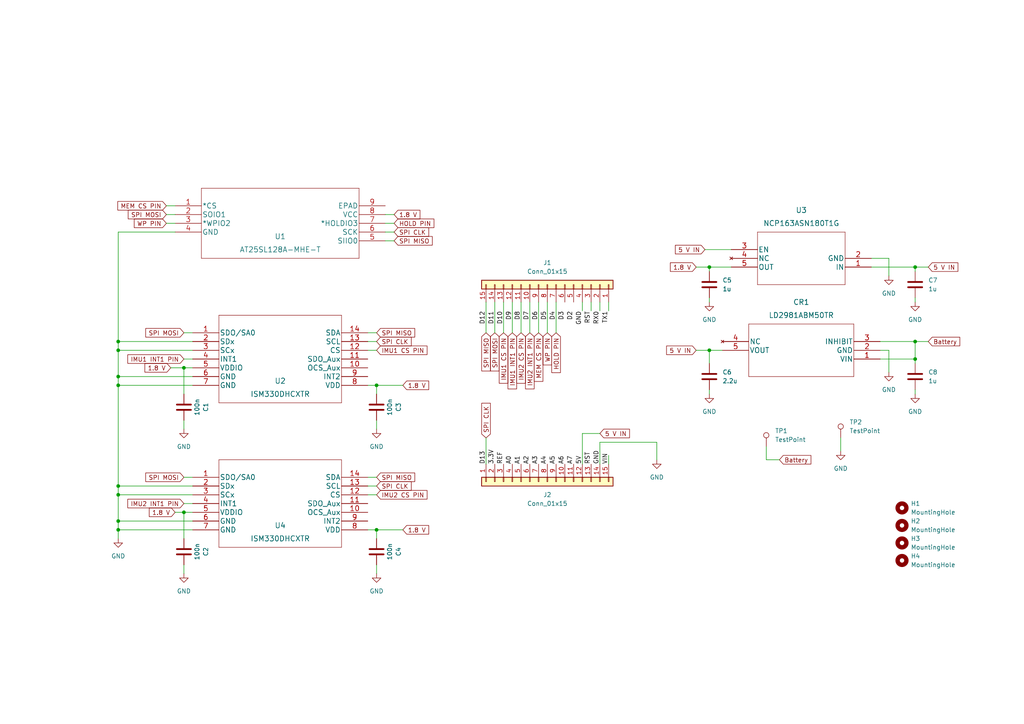
<source format=kicad_sch>
(kicad_sch (version 20211123) (generator eeschema)
  (paper "A4")
  (lib_symbols
    (symbol "18LDO:NCP163ASN180T1G" (pin_names (offset 0.254))
      (property "Reference" "U" (at 20.32 10.16 0))
      (property "Value" "NCP163ASN180T1G" (at 20.32 7.62 0))
      (symbol "NCP163ASN180T1G_1_1"
        (polyline (pts (xy 7.62 -10.16) (xy 33.02 -10.16)) (stroke (width 0.127)))
        (polyline (pts (xy 7.62 5.08) (xy 7.62 -10.16)) (stroke (width 0.127)))
        (polyline (pts (xy 33.02 -10.16) (xy 33.02 5.08)) (stroke (width 0.127)))
        (polyline (pts (xy 33.02 5.08) (xy 7.62 5.08)) (stroke (width 0.127)))
        (pin input line (at 0 0 0) (length 7.62) (name "IN") (number "1"))
        (pin power_in line (at 0 -2.54 0) (length 7.62) (name "GND") (number "2"))
        (pin input line (at 40.64 -5.08 180) (length 7.62) (name "EN") (number "3"))
        (pin no_connect line (at 40.64 -2.54 180) (length 7.62) (name "NC") (number "4"))
        (pin output line (at 40.64 0 180) (length 7.62) (name "OUT") (number "5"))
      )
    )
    (symbol "5LDO:LD2981ABM50TR" (pin_names (offset 0.254))
      (property "Reference" "CR" (at 22.86 10.16 0))
      (property "Value" "LD2981ABM50TR" (at 22.86 7.62 0))
      (symbol "LD2981ABM50TR_1_1"
        (polyline (pts (xy 7.62 -10.16) (xy 38.1 -10.16)) (stroke (width 0.127)))
        (polyline (pts (xy 7.62 5.08) (xy 7.62 -10.16)) (stroke (width 0.127)))
        (polyline (pts (xy 38.1 -10.16) (xy 38.1 5.08)) (stroke (width 0.127)))
        (polyline (pts (xy 38.1 5.08) (xy 7.62 5.08)) (stroke (width 0.127)))
        (pin input line (at 0 0 0) (length 7.62) (name "VIN") (number "1"))
        (pin power_in line (at 0 -2.54 0) (length 7.62) (name "GND") (number "2"))
        (pin unspecified line (at 0 -5.08 0) (length 7.62) (name "INHIBIT") (number "3"))
        (pin no_connect line (at 45.72 -5.08 180) (length 7.62) (name "NC") (number "4"))
        (pin output line (at 45.72 -2.54 180) (length 7.62) (name "VOUT") (number "5"))
      )
    )
    (symbol "Connector:TestPoint" (pin_numbers hide) (pin_names (offset 0.762) hide)
      (property "Reference" "TP" (at 0 6.858 0))
      (property "Value" "TestPoint" (at 0 5.08 0))
      (symbol "TestPoint_0_1"
        (circle (center 0 3.302) (radius 0.762))
      )
      (symbol "TestPoint_1_1"
        (pin passive line (at 0 0 90) (length 2.54) (name "1") (number "1"))
      )
    )
    (symbol "Connector_Generic:Conn_01x15" (pin_names (offset 1.016) hide)
      (property "Reference" "J" (at 0 20.32 0))
      (property "Value" "Conn_01x15" (at 0 -20.32 0))
      (symbol "Conn_01x15_1_1"
        (rectangle (start -1.27 -17.653) (end 0 -17.907) (stroke (width 0.1524)))
        (rectangle (start -1.27 -15.113) (end 0 -15.367) (stroke (width 0.1524)))
        (rectangle (start -1.27 -12.573) (end 0 -12.827) (stroke (width 0.1524)))
        (rectangle (start -1.27 -10.033) (end 0 -10.287) (stroke (width 0.1524)))
        (rectangle (start -1.27 -7.493) (end 0 -7.747) (stroke (width 0.1524)))
        (rectangle (start -1.27 -4.953) (end 0 -5.207) (stroke (width 0.1524)))
        (rectangle (start -1.27 -2.413) (end 0 -2.667) (stroke (width 0.1524)))
        (rectangle (start -1.27 0.127) (end 0 -0.127) (stroke (width 0.1524)))
        (rectangle (start -1.27 2.667) (end 0 2.413) (stroke (width 0.1524)))
        (rectangle (start -1.27 5.207) (end 0 4.953) (stroke (width 0.1524)))
        (rectangle (start -1.27 7.747) (end 0 7.493) (stroke (width 0.1524)))
        (rectangle (start -1.27 10.287) (end 0 10.033) (stroke (width 0.1524)))
        (rectangle (start -1.27 12.827) (end 0 12.573) (stroke (width 0.1524)))
        (rectangle (start -1.27 15.367) (end 0 15.113) (stroke (width 0.1524)))
        (rectangle (start -1.27 17.907) (end 0 17.653) (stroke (width 0.1524)))
        (rectangle (start -1.27 19.05) (end 1.27 -19.05) (stroke (width 0.254)) (fill (type background)))
        (pin passive line (at -5.08 17.78 0) (length 3.81) (name "Pin_1") (number "1"))
        (pin passive line (at -5.08 -5.08 0) (length 3.81) (name "Pin_10") (number "10"))
        (pin passive line (at -5.08 -7.62 0) (length 3.81) (name "Pin_11") (number "11"))
        (pin passive line (at -5.08 -10.16 0) (length 3.81) (name "Pin_12") (number "12"))
        (pin passive line (at -5.08 -12.7 0) (length 3.81) (name "Pin_13") (number "13"))
        (pin passive line (at -5.08 -15.24 0) (length 3.81) (name "Pin_14") (number "14"))
        (pin passive line (at -5.08 -17.78 0) (length 3.81) (name "Pin_15") (number "15"))
        (pin passive line (at -5.08 15.24 0) (length 3.81) (name "Pin_2") (number "2"))
        (pin passive line (at -5.08 12.7 0) (length 3.81) (name "Pin_3") (number "3"))
        (pin passive line (at -5.08 10.16 0) (length 3.81) (name "Pin_4") (number "4"))
        (pin passive line (at -5.08 7.62 0) (length 3.81) (name "Pin_5") (number "5"))
        (pin passive line (at -5.08 5.08 0) (length 3.81) (name "Pin_6") (number "6"))
        (pin passive line (at -5.08 2.54 0) (length 3.81) (name "Pin_7") (number "7"))
        (pin passive line (at -5.08 0 0) (length 3.81) (name "Pin_8") (number "8"))
        (pin passive line (at -5.08 -2.54 0) (length 3.81) (name "Pin_9") (number "9"))
      )
    )
    (symbol "Device:C" (pin_numbers hide) (pin_names (offset 0.254))
      (property "Reference" "C" (at 0.635 2.54 0))
      (property "Value" "C" (at 0.635 -2.54 0))
      (symbol "C_0_1"
        (polyline (pts (xy -2.032 -0.762) (xy 2.032 -0.762)) (stroke (width 0.508)))
        (polyline (pts (xy -2.032 0.762) (xy 2.032 0.762)) (stroke (width 0.508)))
      )
      (symbol "C_1_1"
        (pin passive line (at 0 3.81 270) (length 2.794) (name "~") (number "1"))
        (pin passive line (at 0 -3.81 90) (length 2.794) (name "~") (number "2"))
      )
    )
    (symbol "IMU:ISM330DHCXTR" (pin_names (offset 0.254))
      (property "Reference" "U" (at 25.4 10.16 0))
      (property "Value" "ISM330DHCXTR" (at 25.4 7.62 0))
      (symbol "ISM330DHCXTR_1_1"
        (polyline (pts (xy 7.62 -20.32) (xy 43.18 -20.32)) (stroke (width 0.127)))
        (polyline (pts (xy 7.62 5.08) (xy 7.62 -20.32)) (stroke (width 0.127)))
        (polyline (pts (xy 43.18 -20.32) (xy 43.18 5.08)) (stroke (width 0.127)))
        (polyline (pts (xy 43.18 5.08) (xy 7.62 5.08)) (stroke (width 0.127)))
        (pin unspecified line (at 0 0 0) (length 7.62) (name "SDO/SA0") (number "1"))
        (pin unspecified line (at 50.8 -10.16 180) (length 7.62) (name "OCS_Aux") (number "10"))
        (pin unspecified line (at 50.8 -7.62 180) (length 7.62) (name "SDO_Aux") (number "11"))
        (pin unspecified line (at 50.8 -5.08 180) (length 7.62) (name "CS") (number "12"))
        (pin unspecified line (at 50.8 -2.54 180) (length 7.62) (name "SCL") (number "13"))
        (pin unspecified line (at 50.8 0 180) (length 7.62) (name "SDA") (number "14"))
        (pin unspecified line (at 0 -2.54 0) (length 7.62) (name "SDx") (number "2"))
        (pin unspecified line (at 0 -5.08 0) (length 7.62) (name "SCx") (number "3"))
        (pin input line (at 0 -7.62 0) (length 7.62) (name "INT1") (number "4"))
        (pin power_in line (at 0 -10.16 0) (length 7.62) (name "VDDIO") (number "5"))
        (pin power_in line (at 0 -12.7 0) (length 7.62) (name "GND") (number "6"))
        (pin power_in line (at 0 -15.24 0) (length 7.62) (name "GND") (number "7"))
        (pin power_in line (at 50.8 -15.24 180) (length 7.62) (name "VDD") (number "8"))
        (pin input line (at 50.8 -12.7 180) (length 7.62) (name "INT2") (number "9"))
      )
    )
    (symbol "Mechanical:MountingHole" (pin_names (offset 1.016))
      (property "Reference" "H" (at 0 5.08 0))
      (property "Value" "MountingHole" (at 0 3.175 0))
      (symbol "MountingHole_0_1"
        (circle (center 0 0) (radius 1.27) (stroke (width 1.27)))
      )
    )
    (symbol "Memory:AT25SL128A-MHE-T" (pin_names (offset 0.254))
      (property "Reference" "U" (at 30.48 10.16 0))
      (property "Value" "AT25SL128A-MHE-T" (at 30.48 7.62 0))
      (symbol "AT25SL128A-MHE-T_1_1"
        (polyline (pts (xy 7.62 -15.24) (xy 53.34 -15.24)) (stroke (width 0.127)))
        (polyline (pts (xy 7.62 5.08) (xy 7.62 -15.24)) (stroke (width 0.127)))
        (polyline (pts (xy 53.34 -15.24) (xy 53.34 5.08)) (stroke (width 0.127)))
        (polyline (pts (xy 53.34 5.08) (xy 7.62 5.08)) (stroke (width 0.127)))
        (pin unspecified line (at 0 0 0) (length 7.62) (name "*CS") (number "1"))
        (pin unspecified line (at 0 -2.54 0) (length 7.62) (name "SOIO1") (number "2"))
        (pin unspecified line (at 0 -5.08 0) (length 7.62) (name "*WPIO2") (number "3"))
        (pin unspecified line (at 0 -7.62 0) (length 7.62) (name "GND") (number "4"))
        (pin unspecified line (at 60.96 -10.16 180) (length 7.62) (name "SIIO0") (number "5"))
        (pin unspecified line (at 60.96 -7.62 180) (length 7.62) (name "SCK") (number "6"))
        (pin unspecified line (at 60.96 -5.08 180) (length 7.62) (name "*HOLDIO3") (number "7"))
        (pin unspecified line (at 60.96 -2.54 180) (length 7.62) (name "VCC") (number "8"))
        (pin unspecified line (at 60.96 0 180) (length 7.62) (name "EPAD") (number "9"))
      )
    )
    (symbol "power:GND" (power) (pin_names (offset 0))
      (property "Value" "GND" (at 0 -3.81 0))
      (symbol "GND_0_1"
        (polyline (pts (xy 0 0) (xy 0 -1.27) (xy 1.27 -1.27) (xy 0 -2.54) (xy -1.27 -1.27) (xy 0 -1.27)))
      )
      (symbol "GND_1_1"
        (pin power_in line (at 0 0 270) (length 0) hide (name "GND") (number "1"))
      )
    )
  )
  (junction (at 34.29 153.67))
  (junction (at 109.22 153.67))
  (junction (at 53.34 106.68))
  (junction (at 265.43 77.47))
  (junction (at 34.29 109.22))
  (junction (at 265.43 99.06))
  (junction (at 34.29 99.06))
  (junction (at 109.22 111.76))
  (junction (at 34.29 143.51))
  (junction (at 205.74 101.6))
  (junction (at 53.34 148.59))
  (junction (at 34.29 111.76))
  (junction (at 34.29 140.97))
  (junction (at 265.43 104.14))
  (junction (at 205.74 77.47))
  (junction (at 34.29 151.13))
  (junction (at 34.29 101.6))
  (wire (pts (xy 265.43 104.14) (xy 255.27 104.14)))
  (wire (pts (xy 34.29 143.51) (xy 55.88 143.51)))
  (wire (pts (xy 53.34 104.14) (xy 55.88 104.14)))
  (wire (pts (xy 53.34 148.59) (xy 55.88 148.59)))
  (wire (pts (xy 50.8 148.59) (xy 53.34 148.59)))
  (wire (pts (xy 109.22 121.92) (xy 109.22 124.46)))
  (wire (pts (xy 53.34 121.92) (xy 53.34 124.46)))
  (wire (pts (xy 34.29 67.31) (xy 34.29 99.06)))
  (wire (pts (xy 173.99 128.27) (xy 173.99 134.62)))
  (wire (pts (xy 34.29 151.13) (xy 55.88 151.13)))
  (wire (pts (xy 265.43 77.47) (xy 265.43 78.74)))
  (wire (pts (xy 109.22 153.67) (xy 116.84 153.67)))
  (wire (pts (xy 53.34 163.83) (xy 53.34 166.37)))
  (wire (pts (xy 109.22 163.83) (xy 109.22 166.37)))
  (wire (pts (xy 151.13 87.63) (xy 151.13 96.52)))
  (wire (pts (xy 111.76 67.31) (xy 114.3 67.31)))
  (wire (pts (xy 55.88 109.22) (xy 34.29 109.22)))
  (wire (pts (xy 109.22 153.67) (xy 109.22 156.21)))
  (wire (pts (xy 156.21 87.63) (xy 156.21 96.52)))
  (wire (pts (xy 34.29 99.06) (xy 55.88 99.06)))
  (wire (pts (xy 257.81 74.93) (xy 257.81 80.01)))
  (wire (pts (xy 205.74 77.47) (xy 205.74 78.74)))
  (wire (pts (xy 106.68 143.51) (xy 109.22 143.51)))
  (wire (pts (xy 34.29 101.6) (xy 55.88 101.6)))
  (wire (pts (xy 161.29 87.63) (xy 161.29 96.52)))
  (wire (pts (xy 201.93 101.6) (xy 205.74 101.6)))
  (wire (pts (xy 168.91 87.63) (xy 168.91 90.17)))
  (wire (pts (xy 34.29 101.6) (xy 34.29 109.22)))
  (wire (pts (xy 265.43 99.06) (xy 265.43 104.14)))
  (wire (pts (xy 111.76 69.85) (xy 114.3 69.85)))
  (wire (pts (xy 222.25 129.54) (xy 222.25 133.35)))
  (wire (pts (xy 34.29 143.51) (xy 34.29 151.13)))
  (wire (pts (xy 34.29 99.06) (xy 34.29 101.6)))
  (wire (pts (xy 173.99 87.63) (xy 173.99 90.17)))
  (wire (pts (xy 205.74 113.03) (xy 205.74 114.3)))
  (wire (pts (xy 106.68 153.67) (xy 109.22 153.67)))
  (wire (pts (xy 205.74 101.6) (xy 205.74 105.41)))
  (wire (pts (xy 34.29 140.97) (xy 55.88 140.97)))
  (wire (pts (xy 168.91 125.73) (xy 168.91 134.62)))
  (wire (pts (xy 111.76 64.77) (xy 114.3 64.77)))
  (wire (pts (xy 106.68 111.76) (xy 109.22 111.76)))
  (wire (pts (xy 204.47 72.39) (xy 212.09 72.39)))
  (wire (pts (xy 34.29 111.76) (xy 55.88 111.76)))
  (wire (pts (xy 106.68 99.06) (xy 109.22 99.06)))
  (wire (pts (xy 158.75 87.63) (xy 158.75 96.52)))
  (wire (pts (xy 173.99 125.73) (xy 168.91 125.73)))
  (wire (pts (xy 53.34 106.68) (xy 53.34 114.3)))
  (wire (pts (xy 34.29 153.67) (xy 34.29 156.21)))
  (wire (pts (xy 48.26 64.77) (xy 50.8 64.77)))
  (wire (pts (xy 140.97 127) (xy 140.97 134.62)))
  (wire (pts (xy 255.27 99.06) (xy 265.43 99.06)))
  (wire (pts (xy 205.74 86.36) (xy 205.74 87.63)))
  (wire (pts (xy 53.34 156.21) (xy 53.34 148.59)))
  (wire (pts (xy 111.76 62.23) (xy 114.3 62.23)))
  (wire (pts (xy 201.93 77.47) (xy 205.74 77.47)))
  (wire (pts (xy 205.74 101.6) (xy 209.55 101.6)))
  (wire (pts (xy 265.43 99.06) (xy 269.24 99.06)))
  (wire (pts (xy 222.25 133.35) (xy 226.06 133.35)))
  (wire (pts (xy 205.74 77.47) (xy 212.09 77.47)))
  (wire (pts (xy 265.43 86.36) (xy 265.43 87.63)))
  (wire (pts (xy 176.53 132.08) (xy 176.53 134.62)))
  (wire (pts (xy 153.67 87.63) (xy 153.67 96.52)))
  (wire (pts (xy 106.68 138.43) (xy 109.22 138.43)))
  (wire (pts (xy 53.34 146.05) (xy 55.88 146.05)))
  (wire (pts (xy 48.26 62.23) (xy 50.8 62.23)))
  (wire (pts (xy 173.99 128.27) (xy 190.5 128.27)))
  (wire (pts (xy 252.73 77.47) (xy 265.43 77.47)))
  (wire (pts (xy 34.29 109.22) (xy 34.29 111.76)))
  (wire (pts (xy 257.81 74.93) (xy 252.73 74.93)))
  (wire (pts (xy 109.22 111.76) (xy 116.84 111.76)))
  (wire (pts (xy 34.29 153.67) (xy 34.29 151.13)))
  (wire (pts (xy 176.53 87.63) (xy 176.53 90.17)))
  (wire (pts (xy 109.22 111.76) (xy 109.22 114.3)))
  (wire (pts (xy 106.68 140.97) (xy 109.22 140.97)))
  (wire (pts (xy 53.34 106.68) (xy 55.88 106.68)))
  (wire (pts (xy 48.26 59.69) (xy 50.8 59.69)))
  (wire (pts (xy 148.59 87.63) (xy 148.59 96.52)))
  (wire (pts (xy 106.68 96.52) (xy 109.22 96.52)))
  (wire (pts (xy 265.43 104.14) (xy 265.43 105.41)))
  (wire (pts (xy 243.84 127) (xy 243.84 130.81)))
  (wire (pts (xy 257.81 101.6) (xy 257.81 107.95)))
  (wire (pts (xy 265.43 113.03) (xy 265.43 114.3)))
  (wire (pts (xy 53.34 138.43) (xy 55.88 138.43)))
  (wire (pts (xy 106.68 101.6) (xy 109.22 101.6)))
  (wire (pts (xy 53.34 96.52) (xy 55.88 96.52)))
  (wire (pts (xy 143.51 87.63) (xy 143.51 96.52)))
  (wire (pts (xy 55.88 153.67) (xy 34.29 153.67)))
  (wire (pts (xy 34.29 111.76) (xy 34.29 140.97)))
  (wire (pts (xy 49.53 106.68) (xy 53.34 106.68)))
  (wire (pts (xy 171.45 87.63) (xy 171.45 90.17)))
  (wire (pts (xy 34.29 67.31) (xy 50.8 67.31)))
  (wire (pts (xy 265.43 77.47) (xy 269.24 77.47)))
  (wire (pts (xy 140.97 87.63) (xy 140.97 96.52)))
  (wire (pts (xy 257.81 101.6) (xy 255.27 101.6)))
  (wire (pts (xy 146.05 87.63) (xy 146.05 96.52)))
  (wire (pts (xy 34.29 140.97) (xy 34.29 143.51)))
  (wire (pts (xy 190.5 128.27) (xy 190.5 133.35)))
  (label "5V" (at 168.91 134.62 90))
  (label "TX1" (at 176.53 90.17 270))
  (label "D12" (at 140.97 90.17 270))
  (label "A3" (at 156.21 134.62 90))
  (label "RST" (at 171.45 134.62 90))
  (label "A5" (at 161.29 134.62 90))
  (label "D3" (at 163.83 90.17 270))
  (label "A1" (at 151.13 134.62 90))
  (label "REF" (at 146.05 134.62 90))
  (label "A7" (at 166.37 134.62 90))
  (label "A6" (at 163.83 134.62 90))
  (label "D4" (at 161.29 90.17 270))
  (label "D9" (at 148.59 90.17 270))
  (label "D13" (at 140.97 134.62 90))
  (label "VIN" (at 176.53 134.62 90))
  (label "D11" (at 143.51 90.17 270))
  (label "D6" (at 156.21 90.17 270))
  (label "RST" (at 171.45 90.17 270))
  (label "RX0" (at 173.99 90.17 270))
  (label "D7" (at 153.67 90.17 270))
  (label "A0" (at 148.59 134.62 90))
  (label "D10" (at 146.05 90.17 270))
  (label "GND" (at 173.99 134.62 90))
  (label "A2" (at 153.67 134.62 90))
  (label "3.3V" (at 143.51 134.62 90))
  (label "D2" (at 166.37 90.17 270))
  (label "A4" (at 158.75 134.62 90))
  (label "D8" (at 151.13 90.17 270))
  (label "D5" (at 158.75 90.17 270))
  (label "GND" (at 168.91 90.17 270))
  (global_label "IMU2 INT1 PIN" (shape input) (at 153.67 96.52 270) (property "Intersheet References" "${INTERSHEET_REFS}" (effects hide)))
  (global_label "1.8 V" (shape input) (at 201.93 77.47 180) (property "Intersheet References" "${INTERSHEET_REFS}" (effects hide)))
  (global_label "5 V IN" (shape input) (at 201.93 101.6 180) (property "Intersheet References" "${INTERSHEET_REFS}" (effects hide)))
  (global_label "HOLD PIN" (shape input) (at 161.29 96.52 270) (property "Intersheet References" "${INTERSHEET_REFS}" (effects hide)))
  (global_label "IMU2 CS PIN" (shape input) (at 151.13 96.52 270) (property "Intersheet References" "${INTERSHEET_REFS}" (effects hide)))
  (global_label "5 V IN" (shape input) (at 173.99 125.73 0) (property "Intersheet References" "${INTERSHEET_REFS}" (effects hide)))
  (global_label "1.8 V" (shape input) (at 116.84 111.76 0) (property "Intersheet References" "${INTERSHEET_REFS}" (effects hide)))
  (global_label "IMU2 INT1 PIN" (shape input) (at 53.34 146.05 180) (property "Intersheet References" "${INTERSHEET_REFS}" (effects hide)))
  (global_label "MEM CS PIN" (shape input) (at 156.21 96.52 270) (property "Intersheet References" "${INTERSHEET_REFS}" (effects hide)))
  (global_label "IMU1 INT1 PIN" (shape input) (at 148.59 96.52 270) (property "Intersheet References" "${INTERSHEET_REFS}" (effects hide)))
  (global_label "HOLD PIN" (shape input) (at 114.3 64.77 0) (property "Intersheet References" "${INTERSHEET_REFS}" (effects hide)))
  (global_label "WP PIN" (shape input) (at 48.26 64.77 180) (property "Intersheet References" "${INTERSHEET_REFS}" (effects hide)))
  (global_label "IMU1 INT1 PIN" (shape input) (at 53.34 104.14 180) (property "Intersheet References" "${INTERSHEET_REFS}" (effects hide)))
  (global_label "WP PIN" (shape input) (at 158.75 96.52 270) (property "Intersheet References" "${INTERSHEET_REFS}" (effects hide)))
  (global_label "IMU1 CS PIN" (shape input) (at 146.05 96.52 270) (property "Intersheet References" "${INTERSHEET_REFS}" (effects hide)))
  (global_label "SPI CLK" (shape input) (at 109.22 140.97 0) (property "Intersheet References" "${INTERSHEET_REFS}" (effects hide)))
  (global_label "MEM CS PIN" (shape input) (at 48.26 59.69 180) (property "Intersheet References" "${INTERSHEET_REFS}" (effects hide)))
  (global_label "5 V IN" (shape input) (at 204.47 72.39 180) (property "Intersheet References" "${INTERSHEET_REFS}" (effects hide)))
  (global_label "SPI MOSI" (shape input) (at 143.51 96.52 270) (property "Intersheet References" "${INTERSHEET_REFS}" (effects hide)))
  (global_label "SPI CLK" (shape input) (at 140.97 127 90) (property "Intersheet References" "${INTERSHEET_REFS}" (effects hide)))
  (global_label "5 V IN" (shape input) (at 269.24 77.47 0) (property "Intersheet References" "${INTERSHEET_REFS}" (effects hide)))
  (global_label "IMU2 CS PIN" (shape input) (at 109.22 143.51 0) (property "Intersheet References" "${INTERSHEET_REFS}" (effects hide)))
  (global_label "SPI MOSI" (shape input) (at 53.34 138.43 180) (property "Intersheet References" "${INTERSHEET_REFS}" (effects hide)))
  (global_label "SPI MISO" (shape input) (at 109.22 138.43 0) (property "Intersheet References" "${INTERSHEET_REFS}" (effects hide)))
  (global_label "SPI CLK" (shape input) (at 114.3 67.31 0) (property "Intersheet References" "${INTERSHEET_REFS}" (effects hide)))
  (global_label "SPI MOSI" (shape input) (at 48.26 62.23 180) (property "Intersheet References" "${INTERSHEET_REFS}" (effects hide)))
  (global_label "SPI MISO" (shape input) (at 140.97 96.52 270) (property "Intersheet References" "${INTERSHEET_REFS}" (effects hide)))
  (global_label "SPI MOSI" (shape input) (at 53.34 96.52 180) (property "Intersheet References" "${INTERSHEET_REFS}" (effects hide)))
  (global_label "SPI CLK" (shape input) (at 109.22 99.06 0) (property "Intersheet References" "${INTERSHEET_REFS}" (effects hide)))
  (global_label "1.8 V" (shape input) (at 50.8 148.59 180) (property "Intersheet References" "${INTERSHEET_REFS}" (effects hide)))
  (global_label "IMU1 CS PIN" (shape input) (at 109.22 101.6 0) (property "Intersheet References" "${INTERSHEET_REFS}" (effects hide)))
  (global_label "Battery" (shape input) (at 226.06 133.35 0) (property "Intersheet References" "${INTERSHEET_REFS}" (effects hide)))
  (global_label "1.8 V" (shape input) (at 49.53 106.68 180) (property "Intersheet References" "${INTERSHEET_REFS}" (effects hide)))
  (global_label "1.8 V" (shape input) (at 114.3 62.23 0) (property "Intersheet References" "${INTERSHEET_REFS}" (effects hide)))
  (global_label "Battery" (shape input) (at 269.24 99.06 0) (property "Intersheet References" "${INTERSHEET_REFS}" (effects hide)))
  (global_label "1.8 V" (shape input) (at 116.84 153.67 0) (property "Intersheet References" "${INTERSHEET_REFS}" (effects hide)))
  (global_label "SPI MISO" (shape input) (at 109.22 96.52 0) (property "Intersheet References" "${INTERSHEET_REFS}" (effects hide)))
  (global_label "SPI MISO" (shape input) (at 114.3 69.85 0) (property "Intersheet References" "${INTERSHEET_REFS}" (effects hide)))
  (symbol (lib_id "Device:C") (at 265.43 82.55 0) (unit 1)
    (property "Reference" "C7" (at 269.24 81.2799 0) (effects (justify left)))
    (property "Value" "1u" (at 269.24 83.8199 0) (effects (justify left)))
    (property "Footprint" "Capacitor_SMD:C_0603_1608Metric_Pad1.08x0.95mm_HandSolder" (effects hide))
  )
  (symbol (lib_id "Device:C") (at 205.74 109.22 0) (unit 1)
    (property "Reference" "C6" (at 209.55 107.9499 0) (effects (justify left)))
    (property "Value" "2.2u" (at 209.55 110.4899 0) (effects (justify left)))
    (property "Footprint" "Capacitor_SMD:C_0603_1608Metric_Pad1.08x0.95mm_HandSolder" (effects hide))
  )
  (symbol (lib_id "Connector:TestPoint") (at 243.84 127 0) (unit 1)
    (property "Reference" "TP2" (at 246.38 122.4279 0) (effects (justify left)))
    (property "Value" "TestPoint" (at 246.38 124.9679 0) (effects (justify left)))
    (property "Footprint" "TestPoint:TestPoint_THTPad_2.5x2.5mm_Drill1.2mm" (effects hide))
  )
  (symbol (lib_id "Device:C") (at 53.34 160.02 180) (unit 1)
    (property "Reference" "C2" (at 59.69 160.02 90))
    (property "Value" "100n" (at 57.15 160.02 90))
    (property "Footprint" "Capacitor_SMD:C_0603_1608Metric_Pad1.08x0.95mm_HandSolder" (effects hide))
  )
  (symbol (lib_id "Mechanical:MountingHole") (at 261.62 157.48 0) (unit 1)
    (property "Reference" "H3" (at 264.16 156.2099 0) (effects (justify left)))
    (property "Value" "MountingHole" (at 264.16 158.7499 0) (effects (justify left)))
    (property "Footprint" "MountingHole:MountingHole_2.1mm" (effects hide))
  )
  (symbol (lib_id "Connector_Generic:Conn_01x15") (at 158.75 139.7 90) (mirror x) (unit 1)
    (property "Reference" "J2" (at 158.75 143.51 90))
    (property "Value" "Conn_01x15" (at 158.75 146.05 90))
    (property "Footprint" "Connector_Molex:Molex_KK-254_AE-6410-15A_1x15_P2.54mm_Vertical" (effects hide))
  )
  (symbol (lib_id "power:GND") (at 257.81 107.95 0) (unit 1)
    (property "Reference" "#PWR02" (effects hide))
    (property "Value" "GND" (at 257.81 113.03 0))
  )
  (symbol (lib_id "5LDO:LD2981ABM50TR") (at 255.27 104.14 180) (unit 1)
    (property "Reference" "CR1" (at 232.41 87.63 0) (effects (font (size 1.524 1.524))))
    (property "Value" "LD2981ABM50TR" (at 232.41 91.44 0) (effects (font (size 1.524 1.524))))
    (property "Footprint" "5LDO:LD2981ABM50TR" (effects hide))
  )
  (symbol (lib_id "Mechanical:MountingHole") (at 261.62 152.4 0) (unit 1)
    (property "Reference" "H2" (at 264.16 151.1299 0) (effects (justify left)))
    (property "Value" "MountingHole" (at 264.16 153.6699 0) (effects (justify left)))
    (property "Footprint" "MountingHole:MountingHole_2.1mm" (effects hide))
  )
  (symbol (lib_id "power:GND") (at 34.29 156.21 0) (unit 1)
    (property "Reference" "#PWR03" (effects hide))
    (property "Value" "GND" (at 34.29 161.29 0))
  )
  (symbol (lib_id "power:GND") (at 205.74 87.63 0) (unit 1)
    (property "Reference" "#PWR0101" (effects hide))
    (property "Value" "GND" (at 205.74 92.71 0))
  )
  (symbol (lib_id "power:GND") (at 109.22 124.46 0) (unit 1)
    (property "Reference" "#PWR06" (effects hide))
    (property "Value" "GND" (at 109.22 129.54 0))
  )
  (symbol (lib_id "Mechanical:MountingHole") (at 261.62 147.32 0) (unit 1)
    (property "Reference" "H1" (at 264.16 146.0499 0) (effects (justify left)))
    (property "Value" "MountingHole" (at 264.16 148.5899 0) (effects (justify left)))
    (property "Footprint" "MountingHole:MountingHole_2.1mm" (effects hide))
  )
  (symbol (lib_id "power:GND") (at 53.34 124.46 0) (unit 1)
    (property "Reference" "#PWR04" (effects hide))
    (property "Value" "GND" (at 53.34 129.54 0))
  )
  (symbol (lib_id "power:GND") (at 109.22 166.37 0) (unit 1)
    (property "Reference" "#PWR07" (effects hide))
    (property "Value" "GND" (at 109.22 171.45 0))
  )
  (symbol (lib_id "Device:C") (at 109.22 160.02 180) (unit 1)
    (property "Reference" "C4" (at 115.57 160.02 90))
    (property "Value" "100n" (at 113.03 160.02 90))
    (property "Footprint" "Capacitor_SMD:C_0603_1608Metric_Pad1.08x0.95mm_HandSolder" (effects hide))
  )
  (symbol (lib_id "power:GND") (at 257.81 80.01 0) (unit 1)
    (property "Reference" "#PWR09" (effects hide))
    (property "Value" "GND" (at 257.81 85.09 0))
  )
  (symbol (lib_id "Connector_Generic:Conn_01x15") (at 158.75 82.55 270) (mirror x) (unit 1)
    (property "Reference" "J1" (at 158.75 76.2 90))
    (property "Value" "Conn_01x15" (at 158.75 78.74 90))
    (property "Footprint" "Connector_Molex:Molex_KK-254_AE-6410-15A_1x15_P2.54mm_Vertical" (effects hide))
  )
  (symbol (lib_id "IMU:ISM330DHCXTR") (at 55.88 138.43 0) (unit 1)
    (property "Reference" "U4" (at 81.28 152.4 0) (effects (font (size 1.524 1.524))))
    (property "Value" "ISM330DHCXTR" (at 81.28 156.21 0) (effects (font (size 1.524 1.524))))
    (property "Footprint" "IMU:ISM330DHCXTR" (effects hide))
  )
  (symbol (lib_id "power:GND") (at 205.74 114.3 0) (unit 1)
    (property "Reference" "#PWR0102" (effects hide))
    (property "Value" "GND" (at 205.74 119.38 0))
  )
  (symbol (lib_id "Mechanical:MountingHole") (at 261.62 162.56 0) (unit 1)
    (property "Reference" "H4" (at 264.16 161.2899 0) (effects (justify left)))
    (property "Value" "MountingHole" (at 264.16 163.8299 0) (effects (justify left)))
    (property "Footprint" "MountingHole:MountingHole_2.1mm" (effects hide))
  )
  (symbol (lib_id "IMU:ISM330DHCXTR") (at 55.88 96.52 0) (unit 1)
    (property "Reference" "U2" (at 81.28 110.49 0) (effects (font (size 1.524 1.524))))
    (property "Value" "ISM330DHCXTR" (at 81.28 114.3 0) (effects (font (size 1.524 1.524))))
    (property "Footprint" "IMU:ISM330DHCXTR" (effects hide))
  )
  (symbol (lib_id "power:GND") (at 190.5 133.35 0) (unit 1)
    (property "Reference" "#PWR08" (effects hide))
    (property "Value" "GND" (at 190.5 138.43 0))
  )
  (symbol (lib_id "power:GND") (at 53.34 166.37 0) (unit 1)
    (property "Reference" "#PWR05" (effects hide))
    (property "Value" "GND" (at 53.34 171.45 0))
  )
  (symbol (lib_id "Memory:AT25SL128A-MHE-T") (at 50.8 59.69 0) (unit 1)
    (property "Reference" "U1" (at 81.28 68.58 0) (effects (font (size 1.524 1.524))))
    (property "Value" "AT25SL128A-MHE-T" (at 81.28 72.39 0) (effects (font (size 1.524 1.524))))
    (property "Footprint" "Memory:AT25SL128A-MHE-T" (effects hide))
  )
  (symbol (lib_id "power:GND") (at 243.84 130.81 0) (unit 1)
    (property "Reference" "#PWR01" (effects hide))
    (property "Value" "GND" (at 243.84 135.89 0))
  )
  (symbol (lib_id "Device:C") (at 53.34 118.11 180) (unit 1)
    (property "Reference" "C1" (at 59.69 118.11 90))
    (property "Value" "100n" (at 57.15 118.11 90))
    (property "Footprint" "Capacitor_SMD:C_0603_1608Metric_Pad1.08x0.95mm_HandSolder" (effects hide))
  )
  (symbol (lib_id "18LDO:NCP163ASN180T1G") (at 252.73 77.47 180) (unit 1)
    (property "Reference" "U3" (at 232.41 60.96 0) (effects (font (size 1.524 1.524))))
    (property "Value" "NCP163ASN180T1G" (at 232.41 64.77 0) (effects (font (size 1.524 1.524))))
    (property "Footprint" "18LDO:NCP163ASN180T1G" (effects hide))
  )
  (symbol (lib_id "Device:C") (at 265.43 109.22 0) (unit 1)
    (property "Reference" "C8" (at 269.24 107.9499 0) (effects (justify left)))
    (property "Value" "1u" (at 269.24 110.4899 0) (effects (justify left)))
    (property "Footprint" "Capacitor_SMD:C_0603_1608Metric_Pad1.08x0.95mm_HandSolder" (effects hide))
  )
  (symbol (lib_id "Connector:TestPoint") (at 222.25 129.54 0) (unit 1)
    (property "Reference" "TP1" (at 224.79 124.9679 0) (effects (justify left)))
    (property "Value" "TestPoint" (at 224.79 127.5079 0) (effects (justify left)))
    (property "Footprint" "TestPoint:TestPoint_THTPad_2.5x2.5mm_Drill1.2mm" (effects hide))
  )
  (symbol (lib_id "power:GND") (at 265.43 114.3 0) (unit 1)
    (property "Reference" "#PWR0103" (effects hide))
    (property "Value" "GND" (at 265.43 119.38 0))
  )
  (symbol (lib_id "Device:C") (at 109.22 118.11 180) (unit 1)
    (property "Reference" "C3" (at 115.57 118.11 90))
    (property "Value" "100n" (at 113.03 118.11 90))
    (property "Footprint" "Capacitor_SMD:C_0603_1608Metric_Pad1.08x0.95mm_HandSolder" (effects hide))
  )
  (symbol (lib_id "Device:C") (at 205.74 82.55 0) (unit 1)
    (property "Reference" "C5" (at 209.55 81.2799 0) (effects (justify left)))
    (property "Value" "1u" (at 209.55 83.8199 0) (effects (justify left)))
    (property "Footprint" "Capacitor_SMD:C_0603_1608Metric_Pad1.08x0.95mm_HandSolder" (effects hide))
  )
  (symbol (lib_id "power:GND") (at 265.43 87.63 0) (unit 1)
    (property "Reference" "#PWR0104" (effects hide))
    (property "Value" "GND" (at 265.43 92.71 0))
  )
)
</source>
